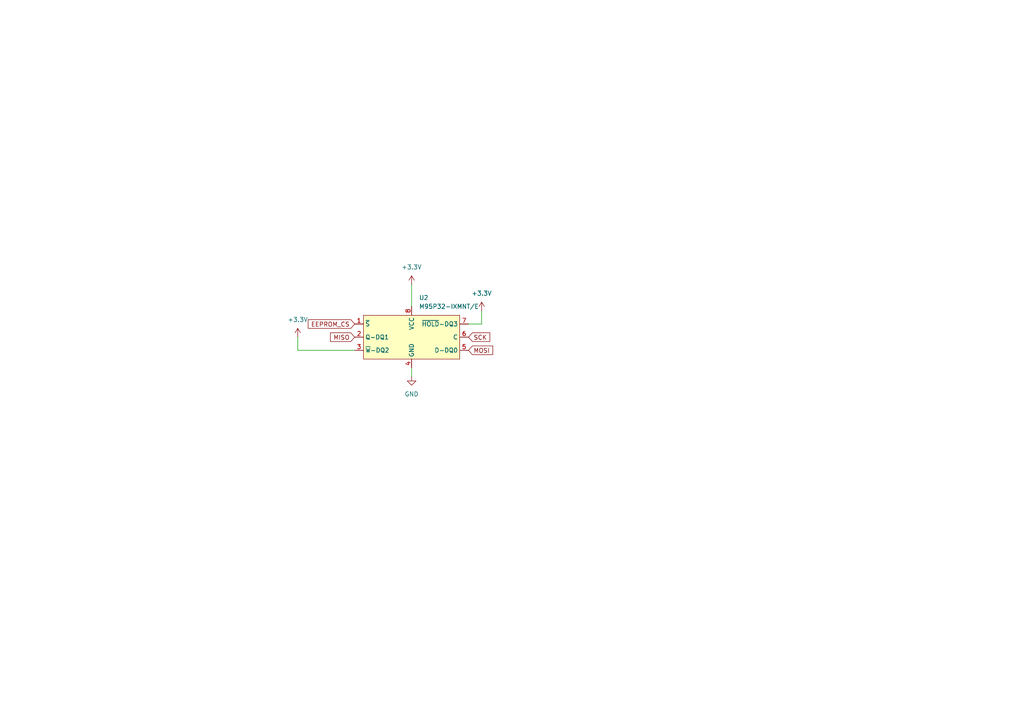
<source format=kicad_sch>
(kicad_sch (version 20250114) (generator "eeschema") (generator_version "9.0")
  (paper "A4")
  (lib_symbols
    (symbol "CPU_NXP_IMX:M95P32-IXMNT/E"
      (property "Reference" "U" (at 1.524 7.874 0))
      (symbol "M95P32-IXMNT/E_1_1"
        (rectangle (start -13.97 6.35) (end 13.97 -6.35) (fill (type background)))
        (pin input line (at -16.51 3.81 0) (length 2.54) (name "~{S}") (number "1"))
        (pin bidirectional line (at -16.51 0 0) (length 2.54) (name "Q-DQ1") (number "2"))
        (pin bidirectional line (at -16.51 -3.81 0) (length 2.54) (name "~{W}-DQ2") (number "3"))
        (pin power_in line (at 0 8.89 270) (length 2.54) (name "VCC") (number "8"))
        (pin power_in line (at 0 -8.89 90) (length 2.54) (name "GND") (number "4"))
        (pin bidirectional line (at 16.51 3.81 180) (length 2.54) (name "~{HOLD}-DQ3") (number "7"))
        (pin bidirectional line (at 16.51 0 180) (length 2.54) (name "C") (number "6"))
        (pin bidirectional line (at 16.51 -3.81 180) (length 2.54) (name "D-DQ0") (number "5"))
      )
    )
    (symbol "power:+3.3V" (power) (pin_numbers (hide yes)) (pin_names (offset 0) (hide yes))
      (property "Value" "+3.3V" (at 0 3.556 0))
      (symbol "+3.3V_0_1"
        (polyline (pts (xy -0.762 1.27) (xy 0 2.54)))
        (polyline (pts (xy 0 2.54) (xy 0.762 1.27)))
        (polyline (pts (xy 0 0) (xy 0 2.54)))
      )
      (symbol "+3.3V_1_1"
        (pin power_in line (at 0 0 90) (length 0) (name "~") (number "1"))
      )
    )
    (symbol "power:GND" (power) (pin_numbers (hide yes)) (pin_names (offset 0) (hide yes))
      (property "Value" "GND" (at 0 -3.81 0))
      (symbol "GND_0_1"
        (polyline (pts (xy 0 0) (xy 0 -1.27) (xy 1.27 -1.27) (xy 0 -2.54) (xy -1.27 -1.27) (xy 0 -1.27)))
      )
      (symbol "GND_1_1"
        (pin power_in line (at 0 0 270) (length 0) (name "~") (number "1"))
      )
    )
  )
  (wire (pts (xy 119.38 106.68) (xy 119.38 109.22)))
  (wire (pts (xy 135.89 93.98) (xy 139.7 93.98)))
  (wire (pts (xy 86.36 97.79) (xy 86.36 101.6)))
  (wire (pts (xy 102.87 101.6) (xy 86.36 101.6)))
  (wire (pts (xy 139.7 90.17) (xy 139.7 93.98)))
  (wire (pts (xy 119.38 82.55) (xy 119.38 88.9)))
  (global_label "SCK" (shape input) (at 135.89 97.79 0) (property "Intersheetrefs" "${INTERSHEET_REFS}" (effects (hide yes))))
  (global_label "EEPROM_CS" (shape input) (at 102.87 93.98 180) (property "Intersheetrefs" "${INTERSHEET_REFS}" (effects (hide yes))))
  (global_label "MISO" (shape input) (at 102.87 97.79 180) (property "Intersheetrefs" "${INTERSHEET_REFS}" (effects (hide yes))))
  (global_label "MOSI" (shape input) (at 135.89 101.6 0) (property "Intersheetrefs" "${INTERSHEET_REFS}" (effects (hide yes))))
  (symbol (lib_id "CPU_NXP_IMX:M95P32-IXMNT/E") (at 119.38 97.79 0) (unit 1)
    (property "Reference" "U2" (at 121.5233 86.36 0) (effects (justify left)))
    (property "Value" "M95P32-IXMNT/E" (at 121.5233 88.9 0) (effects (justify left)))
  )
  (symbol (lib_id "power:+3.3V") (at 86.36 97.79 0) (unit 1)
    (property "Reference" "#PWR07" (effects (hide yes)))
    (property "Value" "+3.3V" (at 86.36 92.71 0))
    (property "Description" "Power symbol creates a global label with name \"+3.3V\"" (effects (hide yes)))
  )
  (symbol (lib_id "power:+3.3V") (at 119.38 82.55 0) (unit 1)
    (property "Reference" "#PWR03" (effects (hide yes)))
    (property "Value" "+3.3V" (at 119.38 77.47 0))
    (property "Description" "Power symbol creates a global label with name \"+3.3V\"" (effects (hide yes)))
  )
  (symbol (lib_id "power:+3.3V") (at 139.7 90.17 0) (unit 1)
    (property "Reference" "#PWR06" (effects (hide yes)))
    (property "Value" "+3.3V" (at 139.7 85.09 0))
    (property "Description" "Power symbol creates a global label with name \"+3.3V\"" (effects (hide yes)))
  )
  (symbol (lib_id "power:GND") (at 119.38 109.22 0) (unit 1)
    (property "Reference" "#PWR05" (effects (hide yes)))
    (property "Value" "GND" (at 119.38 114.3 0))
    (property "Description" "Power symbol creates a global label with name \"GND\" , ground" (effects (hide yes)))
  )
)
</source>
